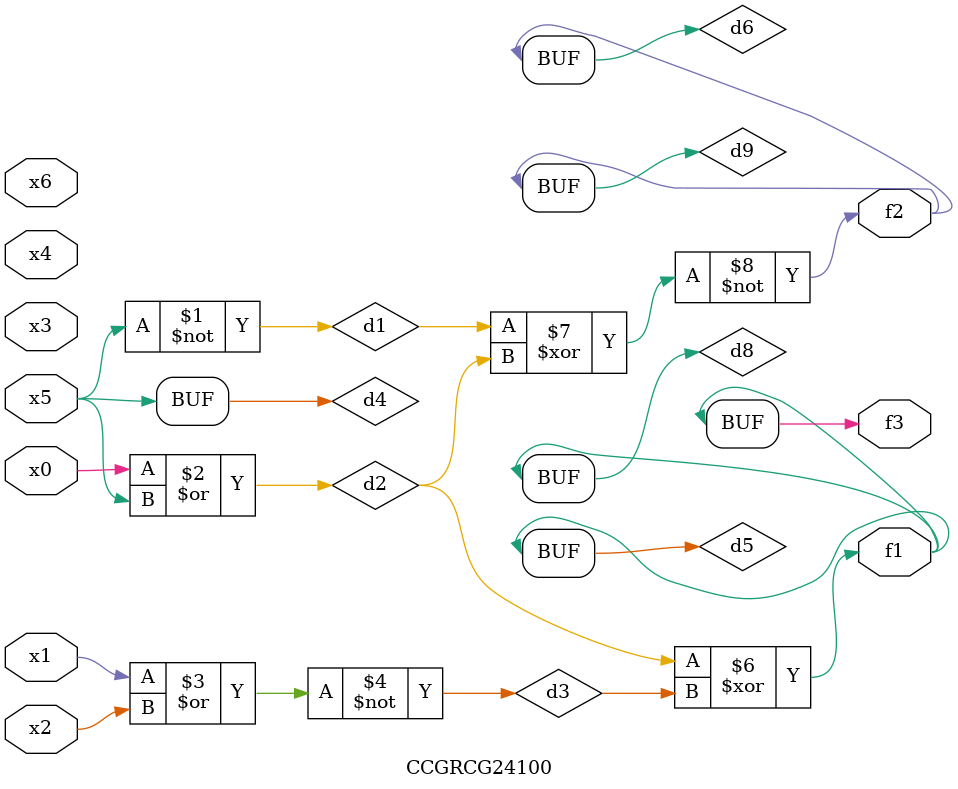
<source format=v>
module CCGRCG24100(
	input x0, x1, x2, x3, x4, x5, x6,
	output f1, f2, f3
);

	wire d1, d2, d3, d4, d5, d6, d7, d8, d9;

	nand (d1, x5);
	or (d2, x0, x5);
	nor (d3, x1, x2);
	xnor (d4, d1);
	xor (d5, d2, d3);
	xnor (d6, d1, d2);
	not (d7, x4);
	buf (d8, d5);
	xor (d9, d6);
	assign f1 = d8;
	assign f2 = d9;
	assign f3 = d8;
endmodule

</source>
